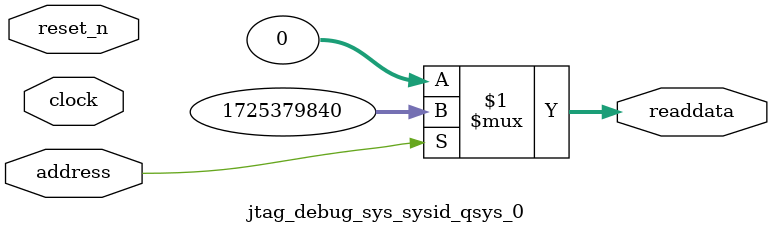
<source format=v>



// synthesis translate_off
`timescale 1ns / 1ps
// synthesis translate_on

// turn off superfluous verilog processor warnings 
// altera message_level Level1 
// altera message_off 10034 10035 10036 10037 10230 10240 10030 

module jtag_debug_sys_sysid_qsys_0 (
               // inputs:
                address,
                clock,
                reset_n,

               // outputs:
                readdata
             )
;

  output  [ 31: 0] readdata;
  input            address;
  input            clock;
  input            reset_n;

  wire    [ 31: 0] readdata;
  //control_slave, which is an e_avalon_slave
  assign readdata = address ? 1725379840 : 0;

endmodule



</source>
